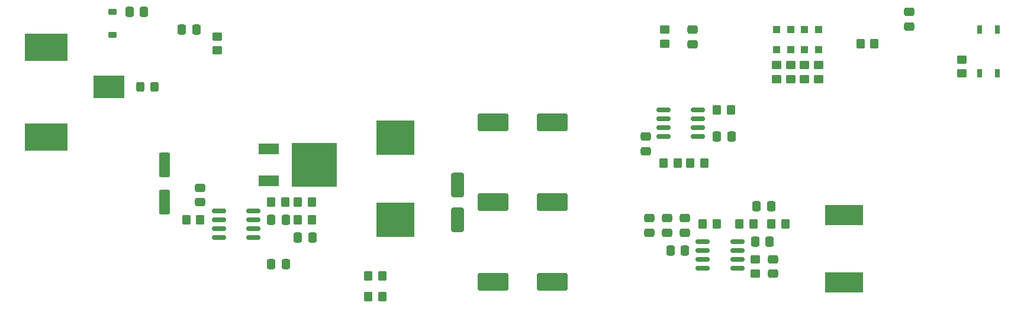
<source format=gbr>
%TF.GenerationSoftware,KiCad,Pcbnew,7.0.7*%
%TF.CreationDate,2024-04-09T00:53:37+02:00*%
%TF.ProjectId,vfd_display,7666645f-6469-4737-906c-61792e6b6963,rev?*%
%TF.SameCoordinates,Original*%
%TF.FileFunction,Paste,Bot*%
%TF.FilePolarity,Positive*%
%FSLAX46Y46*%
G04 Gerber Fmt 4.6, Leading zero omitted, Abs format (unit mm)*
G04 Created by KiCad (PCBNEW 7.0.7) date 2024-04-09 00:53:37*
%MOMM*%
%LPD*%
G01*
G04 APERTURE LIST*
G04 Aperture macros list*
%AMRoundRect*
0 Rectangle with rounded corners*
0 $1 Rounding radius*
0 $2 $3 $4 $5 $6 $7 $8 $9 X,Y pos of 4 corners*
0 Add a 4 corners polygon primitive as box body*
4,1,4,$2,$3,$4,$5,$6,$7,$8,$9,$2,$3,0*
0 Add four circle primitives for the rounded corners*
1,1,$1+$1,$2,$3*
1,1,$1+$1,$4,$5*
1,1,$1+$1,$6,$7*
1,1,$1+$1,$8,$9*
0 Add four rect primitives between the rounded corners*
20,1,$1+$1,$2,$3,$4,$5,0*
20,1,$1+$1,$4,$5,$6,$7,0*
20,1,$1+$1,$6,$7,$8,$9,0*
20,1,$1+$1,$8,$9,$2,$3,0*%
G04 Aperture macros list end*
%ADD10R,0.800000X1.200000*%
%ADD11RoundRect,0.250000X0.450000X-0.350000X0.450000X0.350000X-0.450000X0.350000X-0.450000X-0.350000X0*%
%ADD12RoundRect,0.250000X0.337500X0.475000X-0.337500X0.475000X-0.337500X-0.475000X0.337500X-0.475000X0*%
%ADD13RoundRect,0.250000X0.475000X-0.337500X0.475000X0.337500X-0.475000X0.337500X-0.475000X-0.337500X0*%
%ADD14RoundRect,0.250000X-0.475000X0.337500X-0.475000X-0.337500X0.475000X-0.337500X0.475000X0.337500X0*%
%ADD15RoundRect,0.250000X0.300000X-0.300000X0.300000X0.300000X-0.300000X0.300000X-0.300000X-0.300000X0*%
%ADD16RoundRect,0.250000X-0.337500X-0.475000X0.337500X-0.475000X0.337500X0.475000X-0.337500X0.475000X0*%
%ADD17RoundRect,0.250000X-0.450000X0.350000X-0.450000X-0.350000X0.450000X-0.350000X0.450000X0.350000X0*%
%ADD18RoundRect,0.250000X0.550000X-1.500000X0.550000X1.500000X-0.550000X1.500000X-0.550000X-1.500000X0*%
%ADD19R,2.900000X1.500000*%
%ADD20R,6.500000X6.300000*%
%ADD21R,5.400000X2.900000*%
%ADD22RoundRect,0.250000X0.350000X0.450000X-0.350000X0.450000X-0.350000X-0.450000X0.350000X-0.450000X0*%
%ADD23RoundRect,0.250000X-0.350000X-0.450000X0.350000X-0.450000X0.350000X0.450000X-0.350000X0.450000X0*%
%ADD24RoundRect,0.225000X-0.375000X0.225000X-0.375000X-0.225000X0.375000X-0.225000X0.375000X0.225000X0*%
%ADD25RoundRect,0.150000X0.825000X0.150000X-0.825000X0.150000X-0.825000X-0.150000X0.825000X-0.150000X0*%
%ADD26R,5.400000X4.900000*%
%ADD27R,6.200000X3.900000*%
%ADD28R,4.400000X3.300000*%
%ADD29RoundRect,0.250000X-0.325000X-0.450000X0.325000X-0.450000X0.325000X0.450000X-0.325000X0.450000X0*%
%ADD30RoundRect,0.250000X-1.950000X-1.000000X1.950000X-1.000000X1.950000X1.000000X-1.950000X1.000000X0*%
%ADD31RoundRect,0.250000X-0.650000X1.500000X-0.650000X-1.500000X0.650000X-1.500000X0.650000X1.500000X0*%
G04 APERTURE END LIST*
D10*
%TO.C,U3*%
X218540000Y-70500000D03*
X216000000Y-70500000D03*
X216000000Y-76800000D03*
X218540000Y-76800000D03*
%TD*%
D11*
%TO.C,R13*%
X213500000Y-76800000D03*
X213500000Y-74800000D03*
%TD*%
D12*
%TO.C,C8*%
X104000000Y-70500000D03*
X101925000Y-70500000D03*
%TD*%
D13*
%TO.C,C25*%
X175000000Y-70500000D03*
X175000000Y-72575000D03*
%TD*%
D14*
%TO.C,C24*%
X206000000Y-70075000D03*
X206000000Y-68000000D03*
%TD*%
D15*
%TO.C,D6*%
X189000000Y-70540000D03*
X189000000Y-73340000D03*
%TD*%
D16*
%TO.C,C28*%
X173890000Y-102155000D03*
X171815000Y-102155000D03*
%TD*%
D17*
%TO.C,R19*%
X171000000Y-72540000D03*
X171000000Y-70540000D03*
%TD*%
%TO.C,R20*%
X107000000Y-73500000D03*
X107000000Y-71500000D03*
%TD*%
%TO.C,R10*%
X183920000Y-105425000D03*
X183920000Y-103425000D03*
%TD*%
D18*
%TO.C,C4*%
X99480000Y-89860000D03*
X99480000Y-95260000D03*
%TD*%
D19*
%TO.C,Q1*%
X114380000Y-87640000D03*
D20*
X120880000Y-89926000D03*
D19*
X114380000Y-92212000D03*
%TD*%
D21*
%TO.C,L2*%
X196620000Y-97075000D03*
X196620000Y-106775000D03*
%TD*%
D22*
%TO.C,R17*%
X201000000Y-72500000D03*
X199000000Y-72500000D03*
%TD*%
D23*
%TO.C,R8*%
X172825000Y-89635000D03*
X170825000Y-89635000D03*
%TD*%
D11*
%TO.C,R23*%
X189000000Y-77620000D03*
X189000000Y-75620000D03*
%TD*%
%TO.C,R24*%
X187000000Y-77620000D03*
X187000000Y-75620000D03*
%TD*%
D24*
%TO.C,D8*%
X92000000Y-71300000D03*
X92000000Y-68000000D03*
%TD*%
D12*
%TO.C,C5*%
X114720000Y-104150000D03*
X116795000Y-104150000D03*
%TD*%
D16*
%TO.C,C9*%
X180520000Y-85825000D03*
X178445000Y-85825000D03*
%TD*%
%TO.C,C1*%
X120605000Y-100340000D03*
X118530000Y-100340000D03*
%TD*%
D23*
%TO.C,R7*%
X180445000Y-82015000D03*
X178445000Y-82015000D03*
%TD*%
D25*
%TO.C,U6*%
X176430000Y-100885000D03*
X176430000Y-102155000D03*
X176430000Y-103425000D03*
X176430000Y-104695000D03*
X181380000Y-104695000D03*
X181380000Y-103425000D03*
X181380000Y-102155000D03*
X181380000Y-100885000D03*
%TD*%
D11*
%TO.C,R22*%
X190950000Y-77620000D03*
X190950000Y-75620000D03*
%TD*%
D22*
%TO.C,R2*%
X102560000Y-97800000D03*
X104560000Y-97800000D03*
%TD*%
D16*
%TO.C,C27*%
X96500000Y-68000000D03*
X94425000Y-68000000D03*
%TD*%
D23*
%TO.C,R1*%
X120530000Y-97800000D03*
X118530000Y-97800000D03*
%TD*%
%TO.C,R25*%
X183687500Y-98345000D03*
X181687500Y-98345000D03*
%TD*%
D26*
%TO.C,L1*%
X132500000Y-97800000D03*
X132500000Y-86000000D03*
%TD*%
D23*
%TO.C,R3*%
X116720000Y-95260000D03*
X114720000Y-95260000D03*
%TD*%
D11*
%TO.C,R21*%
X193000000Y-77620000D03*
X193000000Y-75620000D03*
%TD*%
D15*
%TO.C,D5*%
X190950000Y-70540000D03*
X190950000Y-73340000D03*
%TD*%
D22*
%TO.C,R5*%
X128580000Y-105840000D03*
X130580000Y-105840000D03*
%TD*%
D13*
%TO.C,C13*%
X168810000Y-97540000D03*
X168810000Y-99615000D03*
%TD*%
D14*
%TO.C,C12*%
X186460000Y-105500000D03*
X186460000Y-103425000D03*
%TD*%
D16*
%TO.C,C2*%
X116795000Y-97800000D03*
X114720000Y-97800000D03*
%TD*%
D27*
%TO.C,J4*%
X82500000Y-73000000D03*
X82500000Y-85900000D03*
D28*
X91500000Y-78750000D03*
%TD*%
D16*
%TO.C,C29*%
X185995000Y-100885000D03*
X183920000Y-100885000D03*
%TD*%
D15*
%TO.C,D4*%
X193000000Y-70540000D03*
X193000000Y-73340000D03*
%TD*%
D29*
%TO.C,F1*%
X98050000Y-78750000D03*
X96000000Y-78750000D03*
%TD*%
D23*
%TO.C,R11*%
X178430000Y-98345000D03*
X176430000Y-98345000D03*
%TD*%
%TO.C,R12*%
X188227500Y-98345000D03*
X186227500Y-98345000D03*
%TD*%
%TO.C,R4*%
X120530000Y-95260000D03*
X118530000Y-95260000D03*
%TD*%
D15*
%TO.C,D7*%
X187000000Y-70540000D03*
X187000000Y-73340000D03*
%TD*%
D16*
%TO.C,C30*%
X186227500Y-95805000D03*
X184152500Y-95805000D03*
%TD*%
D14*
%TO.C,C3*%
X104560000Y-95260000D03*
X104560000Y-93185000D03*
%TD*%
D30*
%TO.C,C11*%
X154870000Y-106690000D03*
X146470000Y-106690000D03*
%TD*%
D22*
%TO.C,R6*%
X128580000Y-108790000D03*
X130580000Y-108790000D03*
%TD*%
D25*
%TO.C,U2*%
X170825000Y-82015000D03*
X170825000Y-83285000D03*
X170825000Y-84555000D03*
X170825000Y-85825000D03*
X175775000Y-85825000D03*
X175775000Y-84555000D03*
X175775000Y-83285000D03*
X175775000Y-82015000D03*
%TD*%
%TO.C,U1*%
X107230000Y-96530000D03*
X107230000Y-97800000D03*
X107230000Y-99070000D03*
X107230000Y-100340000D03*
X112180000Y-100340000D03*
X112180000Y-99070000D03*
X112180000Y-97800000D03*
X112180000Y-96530000D03*
%TD*%
D13*
%TO.C,C14*%
X171350000Y-97540000D03*
X171350000Y-99615000D03*
%TD*%
D23*
%TO.C,R9*%
X176635000Y-89635000D03*
X174635000Y-89635000D03*
%TD*%
D30*
%TO.C,C7*%
X154870000Y-95260000D03*
X146470000Y-95260000D03*
%TD*%
D13*
%TO.C,C26*%
X173890000Y-97540000D03*
X173890000Y-99615000D03*
%TD*%
D31*
%TO.C,D1*%
X141390000Y-97800000D03*
X141390000Y-92800000D03*
%TD*%
D14*
%TO.C,C10*%
X168285000Y-87900000D03*
X168285000Y-85825000D03*
%TD*%
D30*
%TO.C,C6*%
X154870000Y-83830000D03*
X146470000Y-83830000D03*
%TD*%
M02*

</source>
